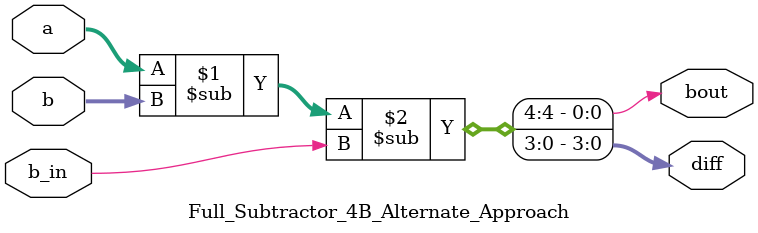
<source format=v>
/*

The follwoing is an Alternate approach to code 4-Bit Full Subtratctor

using Dataflow Modeling

*/

module Full_Subtractor_4B_Alternate_Approach(a,b,b_in,diff,bout);

input [3:0] a,b;

input b_in;

output [3:0] diff;

output bout;

assign {bout,diff}=a-b-b_in;

endmodule

</source>
